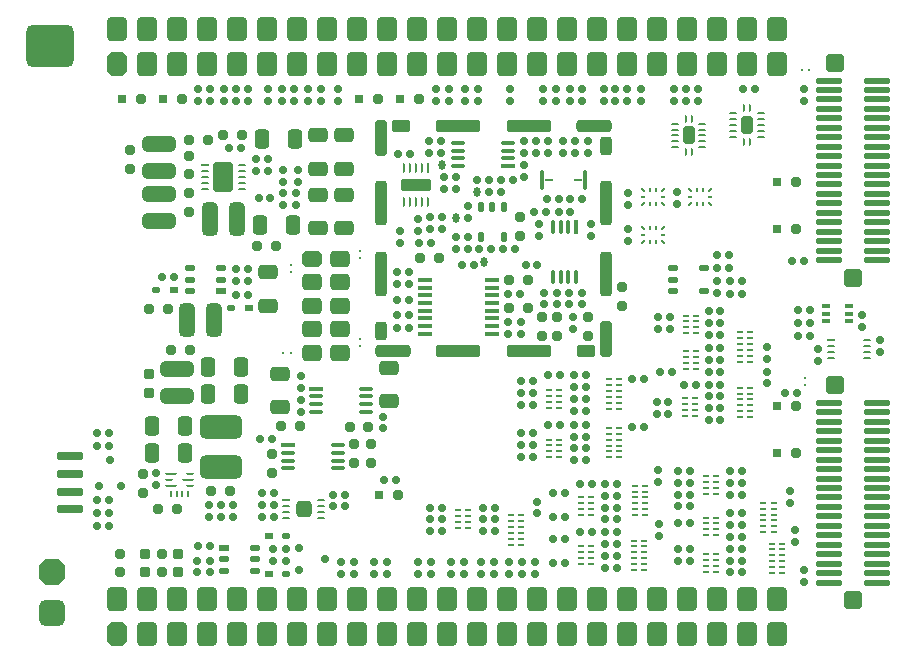
<source format=gbr>
%TF.GenerationSoftware,Altium Limited,Altium Designer,25.3.3 (18)*%
G04 Layer_Color=255*
%FSLAX45Y45*%
%MOMM*%
%TF.SameCoordinates,5572F933-5C96-4131-A983-9EF7CB378A5A*%
%TF.FilePolarity,Positive*%
%TF.FileFunction,Pads,Top*%
%TF.Part,Single*%
G01*
G75*
%TA.AperFunction,SMDPad,CuDef*%
G04:AMPARAMS|DCode=10|XSize=0.35mm|YSize=1.15mm|CornerRadius=0.0875mm|HoleSize=0mm|Usage=FLASHONLY|Rotation=90.000|XOffset=0mm|YOffset=0mm|HoleType=Round|Shape=RoundedRectangle|*
%AMROUNDEDRECTD10*
21,1,0.35000,0.97500,0,0,90.0*
21,1,0.17500,1.15000,0,0,90.0*
1,1,0.17500,0.48750,0.08750*
1,1,0.17500,0.48750,-0.08750*
1,1,0.17500,-0.48750,-0.08750*
1,1,0.17500,-0.48750,0.08750*
%
%ADD10ROUNDEDRECTD10*%
%ADD11R,1.15000X0.35000*%
%ADD12R,0.58000X0.22000*%
G04:AMPARAMS|DCode=13|XSize=0.22mm|YSize=0.58mm|CornerRadius=0.055mm|HoleSize=0mm|Usage=FLASHONLY|Rotation=90.000|XOffset=0mm|YOffset=0mm|HoleType=Round|Shape=RoundedRectangle|*
%AMROUNDEDRECTD13*
21,1,0.22000,0.47000,0,0,90.0*
21,1,0.11000,0.58000,0,0,90.0*
1,1,0.11000,0.23500,0.05500*
1,1,0.11000,0.23500,-0.05500*
1,1,0.11000,-0.23500,-0.05500*
1,1,0.11000,-0.23500,0.05500*
%
%ADD13ROUNDEDRECTD13*%
%ADD14R,1.20000X0.35000*%
G04:AMPARAMS|DCode=15|XSize=0.35mm|YSize=1.2mm|CornerRadius=0.0875mm|HoleSize=0mm|Usage=FLASHONLY|Rotation=270.000|XOffset=0mm|YOffset=0mm|HoleType=Round|Shape=RoundedRectangle|*
%AMROUNDEDRECTD15*
21,1,0.35000,1.02500,0,0,270.0*
21,1,0.17500,1.20000,0,0,270.0*
1,1,0.17500,-0.51250,-0.08750*
1,1,0.17500,-0.51250,0.08750*
1,1,0.17500,0.51250,0.08750*
1,1,0.17500,0.51250,-0.08750*
%
%ADD15ROUNDEDRECTD15*%
G04:AMPARAMS|DCode=16|XSize=0.33mm|YSize=0.7mm|CornerRadius=0.0825mm|HoleSize=0mm|Usage=FLASHONLY|Rotation=270.000|XOffset=0mm|YOffset=0mm|HoleType=Round|Shape=RoundedRectangle|*
%AMROUNDEDRECTD16*
21,1,0.33000,0.53500,0,0,270.0*
21,1,0.16500,0.70000,0,0,270.0*
1,1,0.16500,-0.26750,-0.08250*
1,1,0.16500,-0.26750,0.08250*
1,1,0.16500,0.26750,0.08250*
1,1,0.16500,0.26750,-0.08250*
%
%ADD16ROUNDEDRECTD16*%
%ADD17R,0.70000X0.33000*%
G04:AMPARAMS|DCode=18|XSize=0.6mm|YSize=0.6mm|CornerRadius=0.15mm|HoleSize=0mm|Usage=FLASHONLY|Rotation=90.000|XOffset=0mm|YOffset=0mm|HoleType=Round|Shape=RoundedRectangle|*
%AMROUNDEDRECTD18*
21,1,0.60000,0.30000,0,0,90.0*
21,1,0.30000,0.60000,0,0,90.0*
1,1,0.30000,0.15000,0.15000*
1,1,0.30000,0.15000,-0.15000*
1,1,0.30000,-0.15000,-0.15000*
1,1,0.30000,-0.15000,0.15000*
%
%ADD18ROUNDEDRECTD18*%
G04:AMPARAMS|DCode=19|XSize=0.54mm|YSize=0.22mm|CornerRadius=0mm|HoleSize=0mm|Usage=FLASHONLY|Rotation=135.000|XOffset=0mm|YOffset=0mm|HoleType=Round|Shape=Round|*
%AMOVALD19*
21,1,0.32000,0.22000,0.00000,0.00000,135.0*
1,1,0.22000,0.11314,-0.11314*
1,1,0.22000,-0.11314,0.11314*
%
%ADD19OVALD19*%

%ADD20O,0.22000X0.45000*%
G04:AMPARAMS|DCode=21|XSize=0.54mm|YSize=0.22mm|CornerRadius=0mm|HoleSize=0mm|Usage=FLASHONLY|Rotation=45.000|XOffset=0mm|YOffset=0mm|HoleType=Round|Shape=Round|*
%AMOVALD21*
21,1,0.32000,0.22000,0.00000,0.00000,45.0*
1,1,0.22000,-0.11314,-0.11314*
1,1,0.22000,0.11314,0.11314*
%
%ADD21OVALD21*%

%ADD22O,0.45000X0.22000*%
%ADD23R,0.80000X0.80000*%
G04:AMPARAMS|DCode=24|XSize=0.8mm|YSize=0.8mm|CornerRadius=0.2mm|HoleSize=0mm|Usage=FLASHONLY|Rotation=90.000|XOffset=0mm|YOffset=0mm|HoleType=Round|Shape=RoundedRectangle|*
%AMROUNDEDRECTD24*
21,1,0.80000,0.40000,0,0,90.0*
21,1,0.40000,0.80000,0,0,90.0*
1,1,0.40000,0.20000,0.20000*
1,1,0.40000,0.20000,-0.20000*
1,1,0.40000,-0.20000,-0.20000*
1,1,0.40000,-0.20000,0.20000*
%
%ADD24ROUNDEDRECTD24*%
G04:AMPARAMS|DCode=25|XSize=0.6mm|YSize=0.6mm|CornerRadius=0.15mm|HoleSize=0mm|Usage=FLASHONLY|Rotation=0.000|XOffset=0mm|YOffset=0mm|HoleType=Round|Shape=RoundedRectangle|*
%AMROUNDEDRECTD25*
21,1,0.60000,0.30000,0,0,0.0*
21,1,0.30000,0.60000,0,0,0.0*
1,1,0.30000,0.15000,-0.15000*
1,1,0.30000,-0.15000,-0.15000*
1,1,0.30000,-0.15000,0.15000*
1,1,0.30000,0.15000,0.15000*
%
%ADD25ROUNDEDRECTD25*%
G04:AMPARAMS|DCode=26|XSize=1.6mm|YSize=1mm|CornerRadius=0.25mm|HoleSize=0mm|Usage=FLASHONLY|Rotation=270.000|XOffset=0mm|YOffset=0mm|HoleType=Round|Shape=RoundedRectangle|*
%AMROUNDEDRECTD26*
21,1,1.60000,0.50000,0,0,270.0*
21,1,1.10000,1.00000,0,0,270.0*
1,1,0.50000,-0.25000,-0.55000*
1,1,0.50000,-0.25000,0.55000*
1,1,0.50000,0.25000,0.55000*
1,1,0.50000,0.25000,-0.55000*
%
%ADD26ROUNDEDRECTD26*%
%TA.AperFunction,SMDPad,SMDef*%
G04:AMPARAMS|DCode=27|XSize=3.8mm|YSize=1mm|CornerRadius=0.25mm|HoleSize=0mm|Usage=FLASHONLY|Rotation=180.000|XOffset=0mm|YOffset=0mm|HoleType=Round|Shape=RoundedRectangle|*
%AMROUNDEDRECTD27*
21,1,3.80000,0.50000,0,0,180.0*
21,1,3.30000,1.00000,0,0,180.0*
1,1,0.50000,-1.65000,0.25000*
1,1,0.50000,1.65000,0.25000*
1,1,0.50000,1.65000,-0.25000*
1,1,0.50000,-1.65000,-0.25000*
%
%ADD27ROUNDEDRECTD27*%
%TA.AperFunction,SMDPad,CuDef*%
G04:AMPARAMS|DCode=28|XSize=3mm|YSize=1mm|CornerRadius=0.25mm|HoleSize=0mm|Usage=FLASHONLY|Rotation=180.000|XOffset=0mm|YOffset=0mm|HoleType=Round|Shape=RoundedRectangle|*
%AMROUNDEDRECTD28*
21,1,3.00000,0.50000,0,0,180.0*
21,1,2.50000,1.00000,0,0,180.0*
1,1,0.50000,-1.25000,0.25000*
1,1,0.50000,1.25000,0.25000*
1,1,0.50000,1.25000,-0.25000*
1,1,0.50000,-1.25000,-0.25000*
%
%ADD28ROUNDEDRECTD28*%
G04:AMPARAMS|DCode=29|XSize=1.6mm|YSize=1mm|CornerRadius=0.25mm|HoleSize=0mm|Usage=FLASHONLY|Rotation=0.000|XOffset=0mm|YOffset=0mm|HoleType=Round|Shape=RoundedRectangle|*
%AMROUNDEDRECTD29*
21,1,1.60000,0.50000,0,0,0.0*
21,1,1.10000,1.00000,0,0,0.0*
1,1,0.50000,0.55000,-0.25000*
1,1,0.50000,-0.55000,-0.25000*
1,1,0.50000,-0.55000,0.25000*
1,1,0.50000,0.55000,0.25000*
%
%ADD29ROUNDEDRECTD29*%
%TA.AperFunction,SMDPad,SMDef*%
G04:AMPARAMS|DCode=30|XSize=3.8mm|YSize=1mm|CornerRadius=0.25mm|HoleSize=0mm|Usage=FLASHONLY|Rotation=270.000|XOffset=0mm|YOffset=0mm|HoleType=Round|Shape=RoundedRectangle|*
%AMROUNDEDRECTD30*
21,1,3.80000,0.50000,0,0,270.0*
21,1,3.30000,1.00000,0,0,270.0*
1,1,0.50000,-0.25000,-1.65000*
1,1,0.50000,-0.25000,1.65000*
1,1,0.50000,0.25000,1.65000*
1,1,0.50000,0.25000,-1.65000*
%
%ADD30ROUNDEDRECTD30*%
%TA.AperFunction,SMDPad,CuDef*%
G04:AMPARAMS|DCode=31|XSize=3mm|YSize=1mm|CornerRadius=0.25mm|HoleSize=0mm|Usage=FLASHONLY|Rotation=270.000|XOffset=0mm|YOffset=0mm|HoleType=Round|Shape=RoundedRectangle|*
%AMROUNDEDRECTD31*
21,1,3.00000,0.50000,0,0,270.0*
21,1,2.50000,1.00000,0,0,270.0*
1,1,0.50000,-0.25000,-1.25000*
1,1,0.50000,-0.25000,1.25000*
1,1,0.50000,0.25000,1.25000*
1,1,0.50000,0.25000,-1.25000*
%
%ADD31ROUNDEDRECTD31*%
G04:AMPARAMS|DCode=32|XSize=0.8mm|YSize=0.8mm|CornerRadius=0.2mm|HoleSize=0mm|Usage=FLASHONLY|Rotation=180.000|XOffset=0mm|YOffset=0mm|HoleType=Round|Shape=RoundedRectangle|*
%AMROUNDEDRECTD32*
21,1,0.80000,0.40000,0,0,180.0*
21,1,0.40000,0.80000,0,0,180.0*
1,1,0.40000,-0.20000,0.20000*
1,1,0.40000,0.20000,0.20000*
1,1,0.40000,0.20000,-0.20000*
1,1,0.40000,-0.20000,-0.20000*
%
%ADD32ROUNDEDRECTD32*%
%ADD33O,0.60000X0.80000*%
%ADD34R,0.70000X0.24000*%
%ADD35O,0.30000X1.70000*%
G04:AMPARAMS|DCode=36|XSize=0.35mm|YSize=1.15mm|CornerRadius=0.0875mm|HoleSize=0mm|Usage=FLASHONLY|Rotation=0.000|XOffset=0mm|YOffset=0mm|HoleType=Round|Shape=RoundedRectangle|*
%AMROUNDEDRECTD36*
21,1,0.35000,0.97500,0,0,0.0*
21,1,0.17500,1.15000,0,0,0.0*
1,1,0.17500,0.08750,-0.48750*
1,1,0.17500,-0.08750,-0.48750*
1,1,0.17500,-0.08750,0.48750*
1,1,0.17500,0.08750,0.48750*
%
%ADD36ROUNDEDRECTD36*%
%ADD37R,0.35000X1.15000*%
G04:AMPARAMS|DCode=38|XSize=0.55mm|YSize=0.8mm|CornerRadius=0.1375mm|HoleSize=0mm|Usage=FLASHONLY|Rotation=0.000|XOffset=0mm|YOffset=0mm|HoleType=Round|Shape=RoundedRectangle|*
%AMROUNDEDRECTD38*
21,1,0.55000,0.52500,0,0,0.0*
21,1,0.27500,0.80000,0,0,0.0*
1,1,0.27500,0.13750,-0.26250*
1,1,0.27500,-0.13750,-0.26250*
1,1,0.27500,-0.13750,0.26250*
1,1,0.27500,0.13750,0.26250*
%
%ADD38ROUNDEDRECTD38*%
%ADD39R,0.23000X0.85000*%
G04:AMPARAMS|DCode=40|XSize=0.23mm|YSize=0.85mm|CornerRadius=0.0575mm|HoleSize=0mm|Usage=FLASHONLY|Rotation=0.000|XOffset=0mm|YOffset=0mm|HoleType=Round|Shape=RoundedRectangle|*
%AMROUNDEDRECTD40*
21,1,0.23000,0.73500,0,0,0.0*
21,1,0.11500,0.85000,0,0,0.0*
1,1,0.11500,0.05750,-0.36750*
1,1,0.11500,-0.05750,-0.36750*
1,1,0.11500,-0.05750,0.36750*
1,1,0.11500,0.05750,0.36750*
%
%ADD40ROUNDEDRECTD40*%
G04:AMPARAMS|DCode=41|XSize=2.55mm|YSize=1.1mm|CornerRadius=0.275mm|HoleSize=0mm|Usage=FLASHONLY|Rotation=0.000|XOffset=0mm|YOffset=0mm|HoleType=Round|Shape=RoundedRectangle|*
%AMROUNDEDRECTD41*
21,1,2.55000,0.55000,0,0,0.0*
21,1,2.00000,1.10000,0,0,0.0*
1,1,0.55000,1.00000,-0.27500*
1,1,0.55000,-1.00000,-0.27500*
1,1,0.55000,-1.00000,0.27500*
1,1,0.55000,1.00000,0.27500*
%
%ADD41ROUNDEDRECTD41*%
G04:AMPARAMS|DCode=42|XSize=2.8mm|YSize=1.3mm|CornerRadius=0.325mm|HoleSize=0mm|Usage=FLASHONLY|Rotation=180.000|XOffset=0mm|YOffset=0mm|HoleType=Round|Shape=RoundedRectangle|*
%AMROUNDEDRECTD42*
21,1,2.80000,0.65000,0,0,180.0*
21,1,2.15000,1.30000,0,0,180.0*
1,1,0.65000,-1.07500,0.32500*
1,1,0.65000,1.07500,0.32500*
1,1,0.65000,1.07500,-0.32500*
1,1,0.65000,-1.07500,-0.32500*
%
%ADD42ROUNDEDRECTD42*%
G04:AMPARAMS|DCode=43|XSize=1.65mm|YSize=1.25mm|CornerRadius=0.3125mm|HoleSize=0mm|Usage=FLASHONLY|Rotation=270.000|XOffset=0mm|YOffset=0mm|HoleType=Round|Shape=RoundedRectangle|*
%AMROUNDEDRECTD43*
21,1,1.65000,0.62500,0,0,270.0*
21,1,1.02500,1.25000,0,0,270.0*
1,1,0.62500,-0.31250,-0.51250*
1,1,0.62500,-0.31250,0.51250*
1,1,0.62500,0.31250,0.51250*
1,1,0.62500,0.31250,-0.51250*
%
%ADD43ROUNDEDRECTD43*%
G04:AMPARAMS|DCode=44|XSize=0.55mm|YSize=0.8mm|CornerRadius=0.1375mm|HoleSize=0mm|Usage=FLASHONLY|Rotation=90.000|XOffset=0mm|YOffset=0mm|HoleType=Round|Shape=RoundedRectangle|*
%AMROUNDEDRECTD44*
21,1,0.55000,0.52500,0,0,90.0*
21,1,0.27500,0.80000,0,0,90.0*
1,1,0.27500,0.26250,0.13750*
1,1,0.27500,0.26250,-0.13750*
1,1,0.27500,-0.26250,-0.13750*
1,1,0.27500,-0.26250,0.13750*
%
%ADD44ROUNDEDRECTD44*%
G04:AMPARAMS|DCode=45|XSize=2.2mm|YSize=0.5mm|CornerRadius=0.125mm|HoleSize=0mm|Usage=FLASHONLY|Rotation=0.000|XOffset=0mm|YOffset=0mm|HoleType=Round|Shape=RoundedRectangle|*
%AMROUNDEDRECTD45*
21,1,2.20000,0.25000,0,0,0.0*
21,1,1.95000,0.50000,0,0,0.0*
1,1,0.25000,0.97500,-0.12500*
1,1,0.25000,-0.97500,-0.12500*
1,1,0.25000,-0.97500,0.12500*
1,1,0.25000,0.97500,0.12500*
%
%ADD45ROUNDEDRECTD45*%
G04:AMPARAMS|DCode=46|XSize=0.2mm|YSize=0.65mm|CornerRadius=0.05mm|HoleSize=0mm|Usage=FLASHONLY|Rotation=270.000|XOffset=0mm|YOffset=0mm|HoleType=Round|Shape=RoundedRectangle|*
%AMROUNDEDRECTD46*
21,1,0.20000,0.55000,0,0,270.0*
21,1,0.10000,0.65000,0,0,270.0*
1,1,0.10000,-0.27500,-0.05000*
1,1,0.10000,-0.27500,0.05000*
1,1,0.10000,0.27500,0.05000*
1,1,0.10000,0.27500,-0.05000*
%
%ADD46ROUNDEDRECTD46*%
G04:AMPARAMS|DCode=47|XSize=0.2mm|YSize=1mm|CornerRadius=0.05mm|HoleSize=0mm|Usage=FLASHONLY|Rotation=270.000|XOffset=0mm|YOffset=0mm|HoleType=Round|Shape=RoundedRectangle|*
%AMROUNDEDRECTD47*
21,1,0.20000,0.90000,0,0,270.0*
21,1,0.10000,1.00000,0,0,270.0*
1,1,0.10000,-0.45000,-0.05000*
1,1,0.10000,-0.45000,0.05000*
1,1,0.10000,0.45000,0.05000*
1,1,0.10000,0.45000,-0.05000*
%
%ADD47ROUNDEDRECTD47*%
G04:AMPARAMS|DCode=48|XSize=0.22mm|YSize=0.55mm|CornerRadius=0.055mm|HoleSize=0mm|Usage=FLASHONLY|Rotation=180.000|XOffset=0mm|YOffset=0mm|HoleType=Round|Shape=RoundedRectangle|*
%AMROUNDEDRECTD48*
21,1,0.22000,0.44000,0,0,180.0*
21,1,0.11000,0.55000,0,0,180.0*
1,1,0.11000,-0.05500,0.22000*
1,1,0.11000,0.05500,0.22000*
1,1,0.11000,0.05500,-0.22000*
1,1,0.11000,-0.05500,-0.22000*
%
%ADD48ROUNDEDRECTD48*%
%TA.AperFunction,SMDPad,SMDef*%
%ADD49C,0.30000*%
%TA.AperFunction,SMDPad,CuDef*%
G04:AMPARAMS|DCode=50|XSize=2.2mm|YSize=0.7mm|CornerRadius=0.175mm|HoleSize=0mm|Usage=FLASHONLY|Rotation=180.000|XOffset=0mm|YOffset=0mm|HoleType=Round|Shape=RoundedRectangle|*
%AMROUNDEDRECTD50*
21,1,2.20000,0.35000,0,0,180.0*
21,1,1.85000,0.70000,0,0,180.0*
1,1,0.35000,-0.92500,0.17500*
1,1,0.35000,0.92500,0.17500*
1,1,0.35000,0.92500,-0.17500*
1,1,0.35000,-0.92500,-0.17500*
%
%ADD50ROUNDEDRECTD50*%
G04:AMPARAMS|DCode=51|XSize=0.9mm|YSize=0.8mm|CornerRadius=0.2mm|HoleSize=0mm|Usage=FLASHONLY|Rotation=180.000|XOffset=0mm|YOffset=0mm|HoleType=Round|Shape=RoundedRectangle|*
%AMROUNDEDRECTD51*
21,1,0.90000,0.40000,0,0,180.0*
21,1,0.50000,0.80000,0,0,180.0*
1,1,0.40000,-0.25000,0.20000*
1,1,0.40000,0.25000,0.20000*
1,1,0.40000,0.25000,-0.20000*
1,1,0.40000,-0.25000,-0.20000*
%
%ADD51ROUNDEDRECTD51*%
G04:AMPARAMS|DCode=52|XSize=3.6mm|YSize=2mm|CornerRadius=0.5mm|HoleSize=0mm|Usage=FLASHONLY|Rotation=180.000|XOffset=0mm|YOffset=0mm|HoleType=Round|Shape=RoundedRectangle|*
%AMROUNDEDRECTD52*
21,1,3.60000,1.00000,0,0,180.0*
21,1,2.60000,2.00000,0,0,180.0*
1,1,1.00000,-1.30000,0.50000*
1,1,1.00000,1.30000,0.50000*
1,1,1.00000,1.30000,-0.50000*
1,1,1.00000,-1.30000,-0.50000*
%
%ADD52ROUNDEDRECTD52*%
G04:AMPARAMS|DCode=53|XSize=2.8mm|YSize=1.3mm|CornerRadius=0.325mm|HoleSize=0mm|Usage=FLASHONLY|Rotation=90.000|XOffset=0mm|YOffset=0mm|HoleType=Round|Shape=RoundedRectangle|*
%AMROUNDEDRECTD53*
21,1,2.80000,0.65000,0,0,90.0*
21,1,2.15000,1.30000,0,0,90.0*
1,1,0.65000,0.32500,1.07500*
1,1,0.65000,0.32500,-1.07500*
1,1,0.65000,-0.32500,-1.07500*
1,1,0.65000,-0.32500,1.07500*
%
%ADD53ROUNDEDRECTD53*%
G04:AMPARAMS|DCode=54|XSize=1.65mm|YSize=1.25mm|CornerRadius=0.3125mm|HoleSize=0mm|Usage=FLASHONLY|Rotation=0.000|XOffset=0mm|YOffset=0mm|HoleType=Round|Shape=RoundedRectangle|*
%AMROUNDEDRECTD54*
21,1,1.65000,0.62500,0,0,0.0*
21,1,1.02500,1.25000,0,0,0.0*
1,1,0.62500,0.51250,-0.31250*
1,1,0.62500,-0.51250,-0.31250*
1,1,0.62500,-0.51250,0.31250*
1,1,0.62500,0.51250,0.31250*
%
%ADD54ROUNDEDRECTD54*%
G04:AMPARAMS|DCode=55|XSize=0.23mm|YSize=0.67mm|CornerRadius=0.0575mm|HoleSize=0mm|Usage=FLASHONLY|Rotation=90.000|XOffset=0mm|YOffset=0mm|HoleType=Round|Shape=RoundedRectangle|*
%AMROUNDEDRECTD55*
21,1,0.23000,0.55500,0,0,90.0*
21,1,0.11500,0.67000,0,0,90.0*
1,1,0.11500,0.27750,0.05750*
1,1,0.11500,0.27750,-0.05750*
1,1,0.11500,-0.27750,-0.05750*
1,1,0.11500,-0.27750,0.05750*
%
%ADD55ROUNDEDRECTD55*%
G04:AMPARAMS|DCode=56|XSize=0.23mm|YSize=0.67mm|CornerRadius=0.0575mm|HoleSize=0mm|Usage=FLASHONLY|Rotation=0.000|XOffset=0mm|YOffset=0mm|HoleType=Round|Shape=RoundedRectangle|*
%AMROUNDEDRECTD56*
21,1,0.23000,0.55500,0,0,0.0*
21,1,0.11500,0.67000,0,0,0.0*
1,1,0.11500,0.05750,-0.27750*
1,1,0.11500,-0.05750,-0.27750*
1,1,0.11500,-0.05750,0.27750*
1,1,0.11500,0.05750,0.27750*
%
%ADD56ROUNDEDRECTD56*%
G04:AMPARAMS|DCode=57|XSize=1mm|YSize=1.5mm|CornerRadius=0.25mm|HoleSize=0mm|Usage=FLASHONLY|Rotation=0.000|XOffset=0mm|YOffset=0mm|HoleType=Round|Shape=RoundedRectangle|*
%AMROUNDEDRECTD57*
21,1,1.00000,1.00000,0,0,0.0*
21,1,0.50000,1.50000,0,0,0.0*
1,1,0.50000,0.25000,-0.50000*
1,1,0.50000,-0.25000,-0.50000*
1,1,0.50000,-0.25000,0.50000*
1,1,0.50000,0.25000,0.50000*
%
%ADD57ROUNDEDRECTD57*%
G04:AMPARAMS|DCode=58|XSize=0.23mm|YSize=0.7mm|CornerRadius=0.0575mm|HoleSize=0mm|Usage=FLASHONLY|Rotation=90.000|XOffset=0mm|YOffset=0mm|HoleType=Round|Shape=RoundedRectangle|*
%AMROUNDEDRECTD58*
21,1,0.23000,0.58500,0,0,90.0*
21,1,0.11500,0.70000,0,0,90.0*
1,1,0.11500,0.29250,0.05750*
1,1,0.11500,0.29250,-0.05750*
1,1,0.11500,-0.29250,-0.05750*
1,1,0.11500,-0.29250,0.05750*
%
%ADD58ROUNDEDRECTD58*%
G04:AMPARAMS|DCode=59|XSize=2.5mm|YSize=1.65mm|CornerRadius=0.165mm|HoleSize=0mm|Usage=FLASHONLY|Rotation=90.000|XOffset=0mm|YOffset=0mm|HoleType=Round|Shape=RoundedRectangle|*
%AMROUNDEDRECTD59*
21,1,2.50000,1.32000,0,0,90.0*
21,1,2.17000,1.65000,0,0,90.0*
1,1,0.33000,0.66000,1.08500*
1,1,0.33000,0.66000,-1.08500*
1,1,0.33000,-0.66000,-1.08500*
1,1,0.33000,-0.66000,1.08500*
%
%ADD59ROUNDEDRECTD59*%
%ADD60R,0.70000X0.23000*%
G04:AMPARAMS|DCode=61|XSize=0.55mm|YSize=0.9mm|CornerRadius=0.1375mm|HoleSize=0mm|Usage=FLASHONLY|Rotation=270.000|XOffset=0mm|YOffset=0mm|HoleType=Round|Shape=RoundedRectangle|*
%AMROUNDEDRECTD61*
21,1,0.55000,0.62500,0,0,270.0*
21,1,0.27500,0.90000,0,0,270.0*
1,1,0.27500,-0.31250,-0.13750*
1,1,0.27500,-0.31250,0.13750*
1,1,0.27500,0.31250,0.13750*
1,1,0.27500,0.31250,-0.13750*
%
%ADD61ROUNDEDRECTD61*%
%ADD62R,0.90000X0.55000*%
G04:AMPARAMS|DCode=63|XSize=1.4mm|YSize=1.3mm|CornerRadius=0.325mm|HoleSize=0mm|Usage=FLASHONLY|Rotation=90.000|XOffset=0mm|YOffset=0mm|HoleType=Round|Shape=RoundedRectangle|*
%AMROUNDEDRECTD63*
21,1,1.40000,0.65000,0,0,90.0*
21,1,0.75000,1.30000,0,0,90.0*
1,1,0.65000,0.32500,0.37500*
1,1,0.65000,0.32500,-0.37500*
1,1,0.65000,-0.32500,-0.37500*
1,1,0.65000,-0.32500,0.37500*
%
%ADD63ROUNDEDRECTD63*%
%ADD64R,0.70000X0.25000*%
G04:AMPARAMS|DCode=65|XSize=0.25mm|YSize=0.7mm|CornerRadius=0.0625mm|HoleSize=0mm|Usage=FLASHONLY|Rotation=90.000|XOffset=0mm|YOffset=0mm|HoleType=Round|Shape=RoundedRectangle|*
%AMROUNDEDRECTD65*
21,1,0.25000,0.57500,0,0,90.0*
21,1,0.12500,0.70000,0,0,90.0*
1,1,0.12500,0.28750,0.06250*
1,1,0.12500,0.28750,-0.06250*
1,1,0.12500,-0.28750,-0.06250*
1,1,0.12500,-0.28750,0.06250*
%
%ADD65ROUNDEDRECTD65*%
G04:AMPARAMS|DCode=66|XSize=0.6mm|YSize=0.7mm|CornerRadius=0.15mm|HoleSize=0mm|Usage=FLASHONLY|Rotation=180.000|XOffset=0mm|YOffset=0mm|HoleType=Round|Shape=RoundedRectangle|*
%AMROUNDEDRECTD66*
21,1,0.60000,0.40000,0,0,180.0*
21,1,0.30000,0.70000,0,0,180.0*
1,1,0.30000,-0.15000,0.20000*
1,1,0.30000,0.15000,0.20000*
1,1,0.30000,0.15000,-0.20000*
1,1,0.30000,-0.15000,-0.20000*
%
%ADD66ROUNDEDRECTD66*%
G04:AMPARAMS|DCode=67|XSize=0.6mm|YSize=0.7mm|CornerRadius=0.15mm|HoleSize=0mm|Usage=FLASHONLY|Rotation=90.000|XOffset=0mm|YOffset=0mm|HoleType=Round|Shape=RoundedRectangle|*
%AMROUNDEDRECTD67*
21,1,0.60000,0.40000,0,0,90.0*
21,1,0.30000,0.70000,0,0,90.0*
1,1,0.30000,0.20000,0.15000*
1,1,0.30000,0.20000,-0.15000*
1,1,0.30000,-0.20000,-0.15000*
1,1,0.30000,-0.20000,0.15000*
%
%ADD67ROUNDEDRECTD67*%
%ADD68R,0.70000X0.50000*%
G04:AMPARAMS|DCode=69|XSize=0.5mm|YSize=0.7mm|CornerRadius=0.125mm|HoleSize=0mm|Usage=FLASHONLY|Rotation=90.000|XOffset=0mm|YOffset=0mm|HoleType=Round|Shape=RoundedRectangle|*
%AMROUNDEDRECTD69*
21,1,0.50000,0.45000,0,0,90.0*
21,1,0.25000,0.70000,0,0,90.0*
1,1,0.25000,0.22500,0.12500*
1,1,0.25000,0.22500,-0.12500*
1,1,0.25000,-0.22500,-0.12500*
1,1,0.25000,-0.22500,0.12500*
%
%ADD69ROUNDEDRECTD69*%
%TA.AperFunction,ComponentPad*%
G04:AMPARAMS|DCode=84|XSize=1.4mm|YSize=1.7mm|CornerRadius=0.35mm|HoleSize=0mm|Usage=FLASHONLY|Rotation=270.000|XOffset=0mm|YOffset=0mm|HoleType=Round|Shape=RoundedRectangle|*
%AMROUNDEDRECTD84*
21,1,1.40000,1.00000,0,0,270.0*
21,1,0.70000,1.70000,0,0,270.0*
1,1,0.70000,-0.50000,-0.35000*
1,1,0.70000,-0.50000,0.35000*
1,1,0.70000,0.50000,0.35000*
1,1,0.70000,0.50000,-0.35000*
%
%ADD84ROUNDEDRECTD84*%
G04:AMPARAMS|DCode=85|XSize=1.4mm|YSize=1.7mm|CornerRadius=0mm|HoleSize=0mm|Usage=FLASHONLY|Rotation=270.000|XOffset=0mm|YOffset=0mm|HoleType=Round|Shape=Octagon|*
%AMOCTAGOND85*
4,1,8,0.85000,0.35000,0.85000,-0.35000,0.50000,-0.70000,-0.50000,-0.70000,-0.85000,-0.35000,-0.85000,0.35000,-0.50000,0.70000,0.50000,0.70000,0.85000,0.35000,0.0*
%
%ADD85OCTAGOND85*%

G04:AMPARAMS|DCode=86|XSize=1.55mm|YSize=1.6mm|CornerRadius=0.3875mm|HoleSize=0mm|Usage=FLASHONLY|Rotation=270.000|XOffset=0mm|YOffset=0mm|HoleType=Round|Shape=RoundedRectangle|*
%AMROUNDEDRECTD86*
21,1,1.55000,0.82500,0,0,270.0*
21,1,0.77500,1.60000,0,0,270.0*
1,1,0.77500,-0.41250,-0.38750*
1,1,0.77500,-0.41250,0.38750*
1,1,0.77500,0.41250,0.38750*
1,1,0.77500,0.41250,-0.38750*
%
%ADD86ROUNDEDRECTD86*%
G04:AMPARAMS|DCode=87|XSize=1.7mm|YSize=2.1mm|CornerRadius=0mm|HoleSize=0mm|Usage=FLASHONLY|Rotation=0.000|XOffset=0mm|YOffset=0mm|HoleType=Round|Shape=Octagon|*
%AMOCTAGOND87*
4,1,8,-0.42500,1.05000,0.42500,1.05000,0.85000,0.62500,0.85000,-0.62500,0.42500,-1.05000,-0.42500,-1.05000,-0.85000,-0.62500,-0.85000,0.62500,-0.42500,1.05000,0.0*
%
%ADD87OCTAGOND87*%

G04:AMPARAMS|DCode=88|XSize=1.7mm|YSize=2.1mm|CornerRadius=0.425mm|HoleSize=0mm|Usage=FLASHONLY|Rotation=0.000|XOffset=0mm|YOffset=0mm|HoleType=Round|Shape=RoundedRectangle|*
%AMROUNDEDRECTD88*
21,1,1.70000,1.25001,0,0,0.0*
21,1,0.85000,2.10000,0,0,0.0*
1,1,0.85000,0.42500,-0.62500*
1,1,0.85000,-0.42500,-0.62500*
1,1,0.85000,-0.42500,0.62500*
1,1,0.85000,0.42500,0.62500*
%
%ADD88ROUNDEDRECTD88*%
G04:AMPARAMS|DCode=89|XSize=4mm|YSize=3.6mm|CornerRadius=0.54mm|HoleSize=0mm|Usage=FLASHONLY|Rotation=0.000|XOffset=0mm|YOffset=0mm|HoleType=Round|Shape=RoundedRectangle|*
%AMROUNDEDRECTD89*
21,1,4.00000,2.52000,0,0,0.0*
21,1,2.92000,3.60000,0,0,0.0*
1,1,1.08000,1.46000,-1.26000*
1,1,1.08000,-1.46000,-1.26000*
1,1,1.08000,-1.46000,1.26000*
1,1,1.08000,1.46000,1.26000*
%
%ADD89ROUNDEDRECTD89*%
G04:AMPARAMS|DCode=90|XSize=2.2mm|YSize=2.2mm|CornerRadius=0.55mm|HoleSize=0mm|Usage=FLASHONLY|Rotation=270.000|XOffset=0mm|YOffset=0mm|HoleType=Round|Shape=RoundedRectangle|*
%AMROUNDEDRECTD90*
21,1,2.20000,1.10000,0,0,270.0*
21,1,1.10000,2.20000,0,0,270.0*
1,1,1.10000,-0.55000,-0.55000*
1,1,1.10000,-0.55000,0.55000*
1,1,1.10000,0.55000,0.55000*
1,1,1.10000,0.55000,-0.55000*
%
%ADD90ROUNDEDRECTD90*%
G04:AMPARAMS|DCode=91|XSize=2.2mm|YSize=2.2mm|CornerRadius=0mm|HoleSize=0mm|Usage=FLASHONLY|Rotation=270.000|XOffset=0mm|YOffset=0mm|HoleType=Round|Shape=Octagon|*
%AMOCTAGOND91*
4,1,8,-0.55000,-1.10000,0.55000,-1.10000,1.10000,-0.55000,1.10000,0.55000,0.55000,1.10000,-0.55000,1.10000,-1.10000,0.55000,-1.10000,-0.55000,-0.55000,-1.10000,0.0*
%
%ADD91OCTAGOND91*%

D10*
X3902500Y1572500D02*
D03*
Y1637500D02*
D03*
Y1702500D02*
D03*
Y1767500D02*
D03*
X3477500Y1572500D02*
D03*
Y1637500D02*
D03*
Y1702500D02*
D03*
X4142501Y2052501D02*
D03*
Y2117501D02*
D03*
Y2182501D02*
D03*
Y2247501D02*
D03*
X3717501Y2052501D02*
D03*
Y2117501D02*
D03*
Y2182501D02*
D03*
X4917500Y4327500D02*
D03*
Y4262500D02*
D03*
Y4197500D02*
D03*
Y4132500D02*
D03*
X5342500Y4327500D02*
D03*
Y4262500D02*
D03*
Y4197500D02*
D03*
D11*
X3477500Y1767500D02*
D03*
X3717501Y2247501D02*
D03*
X5342500Y4132500D02*
D03*
D12*
X5687001Y1815000D02*
D03*
X7577000Y935000D02*
D03*
X6196978Y1914994D02*
D03*
X4917001Y1215000D02*
D03*
X7307000Y2725000D02*
D03*
X6847001Y2865000D02*
D03*
Y2565000D02*
D03*
X6837001Y2165000D02*
D03*
X7307000Y2255000D02*
D03*
X5957000Y915000D02*
D03*
X5687001Y2235000D02*
D03*
X7017000Y845000D02*
D03*
Y1505000D02*
D03*
X5957000Y1325000D02*
D03*
X7017000Y1155000D02*
D03*
X7504000Y1280000D02*
D03*
X6197001Y2325000D02*
D03*
X5367000Y1175000D02*
D03*
X6410000Y960000D02*
D03*
X6416999Y1425000D02*
D03*
D13*
X5687001Y1765001D02*
D03*
Y1715000D02*
D03*
Y1665000D02*
D03*
X5773000Y1815000D02*
D03*
Y1765001D02*
D03*
Y1715000D02*
D03*
Y1665000D02*
D03*
X7663000Y685000D02*
D03*
Y735000D02*
D03*
Y785000D02*
D03*
Y835000D02*
D03*
Y885000D02*
D03*
Y935000D02*
D03*
X7577000Y685000D02*
D03*
Y735000D02*
D03*
Y785000D02*
D03*
Y835000D02*
D03*
Y885000D02*
D03*
X6282978Y1664994D02*
D03*
Y1714994D02*
D03*
Y1764994D02*
D03*
Y1814994D02*
D03*
Y1864994D02*
D03*
Y1914994D02*
D03*
X6196978Y1664994D02*
D03*
Y1714994D02*
D03*
Y1764994D02*
D03*
Y1814994D02*
D03*
Y1864994D02*
D03*
X4917001Y1165000D02*
D03*
Y1115000D02*
D03*
Y1065000D02*
D03*
X5003000Y1215000D02*
D03*
Y1165000D02*
D03*
Y1115000D02*
D03*
Y1065000D02*
D03*
X7393000Y2475000D02*
D03*
Y2525000D02*
D03*
Y2575000D02*
D03*
Y2625000D02*
D03*
Y2675000D02*
D03*
Y2725000D02*
D03*
X7307000Y2475000D02*
D03*
Y2525000D02*
D03*
Y2575000D02*
D03*
Y2625000D02*
D03*
Y2675000D02*
D03*
X6847001Y2815000D02*
D03*
Y2765000D02*
D03*
Y2715000D02*
D03*
X6933000Y2865000D02*
D03*
Y2815000D02*
D03*
Y2765000D02*
D03*
Y2715000D02*
D03*
X6847001Y2515000D02*
D03*
Y2465000D02*
D03*
Y2415000D02*
D03*
X6933000Y2565000D02*
D03*
Y2515000D02*
D03*
Y2465000D02*
D03*
Y2415000D02*
D03*
X6837001Y2115001D02*
D03*
Y2065000D02*
D03*
Y2015001D02*
D03*
X6923000Y2165000D02*
D03*
Y2115001D02*
D03*
Y2065000D02*
D03*
Y2015001D02*
D03*
X7393000Y2005000D02*
D03*
Y2055000D02*
D03*
Y2105000D02*
D03*
Y2155000D02*
D03*
Y2205000D02*
D03*
Y2255000D02*
D03*
X7307000Y2005000D02*
D03*
Y2055000D02*
D03*
Y2105000D02*
D03*
Y2155000D02*
D03*
Y2205000D02*
D03*
X6043000Y765000D02*
D03*
Y815000D02*
D03*
Y865000D02*
D03*
Y915000D02*
D03*
X5957000Y765000D02*
D03*
Y815000D02*
D03*
Y865000D02*
D03*
X5773000Y2085000D02*
D03*
Y2135000D02*
D03*
Y2185000D02*
D03*
Y2235000D02*
D03*
X5687001Y2085000D02*
D03*
Y2135000D02*
D03*
Y2185000D02*
D03*
X7103000Y695000D02*
D03*
Y745000D02*
D03*
Y795000D02*
D03*
Y845000D02*
D03*
X7017000Y695000D02*
D03*
Y745000D02*
D03*
Y795000D02*
D03*
X7103000Y1355000D02*
D03*
Y1405000D02*
D03*
Y1455000D02*
D03*
Y1505000D02*
D03*
X7017000Y1355000D02*
D03*
Y1405000D02*
D03*
Y1455000D02*
D03*
X5957000Y1275000D02*
D03*
Y1225000D02*
D03*
Y1175000D02*
D03*
X6043000Y1325000D02*
D03*
Y1275000D02*
D03*
Y1225000D02*
D03*
Y1175000D02*
D03*
X7103000Y1005000D02*
D03*
Y1055000D02*
D03*
Y1105000D02*
D03*
Y1155000D02*
D03*
X7017000Y1005000D02*
D03*
Y1055000D02*
D03*
Y1105000D02*
D03*
X7504000Y1230000D02*
D03*
Y1180000D02*
D03*
Y1130000D02*
D03*
Y1080000D02*
D03*
Y1030000D02*
D03*
X7590000Y1280000D02*
D03*
Y1230000D02*
D03*
Y1180000D02*
D03*
Y1130000D02*
D03*
Y1080000D02*
D03*
Y1030000D02*
D03*
X6197001Y2275000D02*
D03*
Y2225000D02*
D03*
Y2175000D02*
D03*
Y2125000D02*
D03*
Y2075000D02*
D03*
X6283000Y2325000D02*
D03*
Y2275000D02*
D03*
Y2225000D02*
D03*
Y2175000D02*
D03*
Y2125000D02*
D03*
Y2075000D02*
D03*
X5367000Y1125001D02*
D03*
Y1075000D02*
D03*
Y1025000D02*
D03*
Y975000D02*
D03*
Y925000D02*
D03*
X5453000Y1175000D02*
D03*
Y1125001D02*
D03*
Y1075000D02*
D03*
Y1025000D02*
D03*
Y975000D02*
D03*
Y925000D02*
D03*
X6410000Y910000D02*
D03*
Y860000D02*
D03*
Y810000D02*
D03*
Y760000D02*
D03*
Y710000D02*
D03*
X6495999Y960000D02*
D03*
Y910000D02*
D03*
Y860000D02*
D03*
Y810000D02*
D03*
Y760000D02*
D03*
Y710000D02*
D03*
X6416999Y1375000D02*
D03*
Y1325000D02*
D03*
Y1275000D02*
D03*
Y1225000D02*
D03*
Y1175000D02*
D03*
X6502999Y1425000D02*
D03*
Y1375000D02*
D03*
Y1325000D02*
D03*
Y1275000D02*
D03*
Y1225000D02*
D03*
Y1175000D02*
D03*
D14*
X5205000Y2712500D02*
D03*
D15*
Y2777500D02*
D03*
Y2842500D02*
D03*
Y2907500D02*
D03*
Y2972500D02*
D03*
Y3037500D02*
D03*
Y3102500D02*
D03*
Y3167500D02*
D03*
X4635000Y2712500D02*
D03*
Y2777500D02*
D03*
Y2842500D02*
D03*
Y2907500D02*
D03*
Y2972500D02*
D03*
Y3037500D02*
D03*
Y3102500D02*
D03*
Y3167500D02*
D03*
D16*
X8030000Y2815000D02*
D03*
Y2880000D02*
D03*
Y2945000D02*
D03*
X8230000D02*
D03*
Y2880000D02*
D03*
D17*
Y2815000D02*
D03*
D18*
X7800000Y2690000D02*
D03*
X7900000D02*
D03*
X7800000Y2800000D02*
D03*
X7900000D02*
D03*
X7800000Y2910000D02*
D03*
X7900000D02*
D03*
X6610001Y2850000D02*
D03*
X6710001D02*
D03*
X6610001Y2750000D02*
D03*
X6710001D02*
D03*
X6630001Y2390000D02*
D03*
X6730001D02*
D03*
X6830001Y2280001D02*
D03*
X6930000D02*
D03*
X6600001Y2130001D02*
D03*
X6700000D02*
D03*
X6600001Y2030001D02*
D03*
X6700000D02*
D03*
X7140000Y2590000D02*
D03*
X7040001D02*
D03*
X7140000Y2900000D02*
D03*
X7040001D02*
D03*
X5810000Y4340000D02*
D03*
X5910000D02*
D03*
X5560000Y3740000D02*
D03*
X5660000D02*
D03*
X5590000Y3290000D02*
D03*
X5490000D02*
D03*
X4770000Y4340000D02*
D03*
X4670000D02*
D03*
X5180000Y4010000D02*
D03*
X5080001D02*
D03*
X4500000Y2870000D02*
D03*
X4400000D02*
D03*
X4500000Y2760000D02*
D03*
X4400000D02*
D03*
X5670000Y3850000D02*
D03*
X5770000D02*
D03*
X5770000Y3740000D02*
D03*
X5870000D02*
D03*
X5970000Y3850000D02*
D03*
X5870000D02*
D03*
X4590000Y3480000D02*
D03*
X4690000D02*
D03*
X5280000Y3910000D02*
D03*
X5180000D02*
D03*
X5280000Y4010000D02*
D03*
X5380000D02*
D03*
X5810000Y4240000D02*
D03*
X5910000D02*
D03*
X4900000Y4040000D02*
D03*
X4800000D02*
D03*
X4900000Y3940000D02*
D03*
X4800000D02*
D03*
X5300000Y3430000D02*
D03*
X5400000D02*
D03*
X5050000Y3290000D02*
D03*
X4950001D02*
D03*
X4670000Y4240000D02*
D03*
X4770000D02*
D03*
X4500000Y3230000D02*
D03*
X4400000D02*
D03*
Y3130000D02*
D03*
X4500000D02*
D03*
X4400000Y3000000D02*
D03*
X4500000D02*
D03*
X5100000Y3430000D02*
D03*
X5200000D02*
D03*
X5340000Y3050000D02*
D03*
X5440000D02*
D03*
X4510000Y4230000D02*
D03*
X4410000D02*
D03*
X2820000Y910000D02*
D03*
X2720000D02*
D03*
X6880000Y1550000D02*
D03*
X6780000D02*
D03*
X5550000Y1870000D02*
D03*
X5450001D02*
D03*
X5820000Y1360000D02*
D03*
X5720000D02*
D03*
X5820000Y970000D02*
D03*
X5720000D02*
D03*
X5130000Y1240000D02*
D03*
X5230000D02*
D03*
X6050000Y1030000D02*
D03*
X5950000D02*
D03*
X7210000Y3270000D02*
D03*
X7110000D02*
D03*
X7210000Y3380000D02*
D03*
X7110000D02*
D03*
X7220000Y3160000D02*
D03*
X7320000D02*
D03*
X7220000Y3050000D02*
D03*
X7320000D02*
D03*
X5550000Y1670000D02*
D03*
X5450001D02*
D03*
X5550000Y1770000D02*
D03*
X5450001D02*
D03*
X5550000Y2110000D02*
D03*
X5450000D02*
D03*
X4780000Y1040000D02*
D03*
X4680001D02*
D03*
X5820000Y1160000D02*
D03*
X5720000D02*
D03*
X6880000Y1250000D02*
D03*
X6780000D02*
D03*
X5780000Y2360000D02*
D03*
X5680001D02*
D03*
X5780000Y1940000D02*
D03*
X5680001D02*
D03*
X7220000Y1550000D02*
D03*
X7320000D02*
D03*
X5130000Y1040000D02*
D03*
X5230000D02*
D03*
X7220000Y1450000D02*
D03*
X7320000D02*
D03*
X5820000Y770000D02*
D03*
X5720000D02*
D03*
X6880000Y890000D02*
D03*
X6780000D02*
D03*
X7220000D02*
D03*
X7320000D02*
D03*
X7220000Y1190000D02*
D03*
X7320000D02*
D03*
X6880000Y790000D02*
D03*
X6780000D02*
D03*
X6880000Y1350000D02*
D03*
X6780000D02*
D03*
X6880000Y1110000D02*
D03*
X6780000D02*
D03*
X4780000Y1140000D02*
D03*
X4680001D02*
D03*
X4780000Y1240000D02*
D03*
X4680001D02*
D03*
X5550000Y2210000D02*
D03*
X5450000D02*
D03*
X7220000Y1350000D02*
D03*
X7320000D02*
D03*
X6880000Y1450000D02*
D03*
X6780000D02*
D03*
X5130000Y1140000D02*
D03*
X5230000D02*
D03*
X5550000Y2310000D02*
D03*
X5450000D02*
D03*
X6050000Y1440000D02*
D03*
X5950000D02*
D03*
X6390001Y2330000D02*
D03*
X6490000D02*
D03*
X6390001Y1920000D02*
D03*
X6490000D02*
D03*
X1960000Y1080000D02*
D03*
X1860000D02*
D03*
X3210000Y4190000D02*
D03*
X3310000D02*
D03*
Y4090000D02*
D03*
X3210000D02*
D03*
X4290000Y1470000D02*
D03*
X4390000D02*
D03*
X1860000Y1300000D02*
D03*
X1960000D02*
D03*
X1960000Y1760000D02*
D03*
X1860000D02*
D03*
X1960000Y1190000D02*
D03*
X1860000D02*
D03*
X3360000Y1360000D02*
D03*
X3260000D02*
D03*
X3360000Y1260000D02*
D03*
X3260000D02*
D03*
Y1160000D02*
D03*
X3360000D02*
D03*
X3960000Y1250000D02*
D03*
X3860000D02*
D03*
X7330000Y4780000D02*
D03*
X7430000D02*
D03*
X7750000Y3330000D02*
D03*
X7850000D02*
D03*
X7690000Y2210000D02*
D03*
X7790000D02*
D03*
X2980000Y4280000D02*
D03*
X3080000D02*
D03*
X3330000Y3860000D02*
D03*
X3230000D02*
D03*
X3240000Y1820000D02*
D03*
X3340000D02*
D03*
X2410000Y3190000D02*
D03*
X2510000D02*
D03*
X3040000Y3040000D02*
D03*
X3140000D02*
D03*
X1860000Y1870000D02*
D03*
X1960000D02*
D03*
X3960000Y1350000D02*
D03*
X3860000D02*
D03*
D19*
X6484747Y3610253D02*
D03*
X6655253Y3489747D02*
D03*
Y3809747D02*
D03*
X6484747Y3930254D02*
D03*
X7055253Y3809747D02*
D03*
X6884747Y3930253D02*
D03*
D20*
X6545000Y3610000D02*
D03*
X6595000D02*
D03*
X6545000Y3490000D02*
D03*
X6595000D02*
D03*
Y3810001D02*
D03*
X6545000D02*
D03*
X6595000Y3930001D02*
D03*
X6545000D02*
D03*
X6995000Y3810000D02*
D03*
X6945000D02*
D03*
X6995000Y3930000D02*
D03*
X6945000D02*
D03*
D21*
X6655253Y3610253D02*
D03*
X6484747Y3489747D02*
D03*
Y3809747D02*
D03*
X6655253Y3930254D02*
D03*
X6884747Y3809747D02*
D03*
X7055253Y3930253D02*
D03*
D22*
X6485000Y3550000D02*
D03*
X6655000D02*
D03*
Y3870000D02*
D03*
X6485000D02*
D03*
X7055000Y3870000D02*
D03*
X6885000D02*
D03*
D23*
X4430000Y4700000D02*
D03*
X7620000Y1700000D02*
D03*
Y3600000D02*
D03*
X4250000Y1350000D02*
D03*
X2420000Y4700000D02*
D03*
X4080000D02*
D03*
X2070000D02*
D03*
X7620000Y2100000D02*
D03*
Y4000000D02*
D03*
D24*
X4590000Y4700000D02*
D03*
X4760000Y3350000D02*
D03*
X4600000D02*
D03*
X5510000Y2930000D02*
D03*
X5350000D02*
D03*
X5510000Y3170000D02*
D03*
X5350000D02*
D03*
X2990000Y1380000D02*
D03*
X2830000D02*
D03*
X2540000Y1230000D02*
D03*
X2380000D02*
D03*
X7780000Y1700000D02*
D03*
Y3600000D02*
D03*
X4410000Y1350000D02*
D03*
X2580000Y4700000D02*
D03*
X4240000D02*
D03*
X2230000D02*
D03*
X7780000Y2100000D02*
D03*
Y4000000D02*
D03*
X2800000Y4350000D02*
D03*
X2640000D02*
D03*
X3220000Y3450000D02*
D03*
X3380000D02*
D03*
X3090000Y4390000D02*
D03*
X2930000D02*
D03*
X2650000Y2570000D02*
D03*
X2490000D02*
D03*
X2460000Y2920000D02*
D03*
X2300000D02*
D03*
X3420000Y1930000D02*
D03*
X3580000D02*
D03*
X4160000Y1920000D02*
D03*
X4000000D02*
D03*
D25*
X7040000Y2390000D02*
D03*
Y2490000D02*
D03*
X7140000Y2180000D02*
D03*
Y2280000D02*
D03*
X7530000Y2290000D02*
D03*
Y2390000D02*
D03*
X7040000Y2280000D02*
D03*
Y2180000D02*
D03*
X7530000Y2600000D02*
D03*
Y2500000D02*
D03*
X7140000Y2080000D02*
D03*
Y1980000D02*
D03*
X7140000Y2490000D02*
D03*
Y2390000D02*
D03*
X7040001Y2700000D02*
D03*
Y2800000D02*
D03*
X7040000Y1980000D02*
D03*
Y2080000D02*
D03*
X7140000Y2800000D02*
D03*
Y2700000D02*
D03*
X4900000Y3530000D02*
D03*
Y3430000D02*
D03*
X5450000Y2810000D02*
D03*
Y2710000D02*
D03*
X4680000Y3700000D02*
D03*
Y3600000D02*
D03*
X5600000Y3640000D02*
D03*
Y3540000D02*
D03*
X4580000Y3680000D02*
D03*
Y3580000D02*
D03*
X6040000Y3640000D02*
D03*
Y3540000D02*
D03*
X5480000Y4140000D02*
D03*
Y4040000D02*
D03*
X5480000Y4240000D02*
D03*
Y4340000D02*
D03*
X5580001D02*
D03*
Y4240000D02*
D03*
X5680001D02*
D03*
Y4340000D02*
D03*
X6020000D02*
D03*
Y4240000D02*
D03*
X5000000Y3430000D02*
D03*
Y3530000D02*
D03*
X4780000Y3700000D02*
D03*
Y3600000D02*
D03*
X5000000Y3790000D02*
D03*
Y3690000D02*
D03*
X5340000Y2810000D02*
D03*
Y2710000D02*
D03*
X4430000Y3580000D02*
D03*
Y3480000D02*
D03*
X5760000Y3060000D02*
D03*
Y2960000D02*
D03*
X5650000Y3060000D02*
D03*
Y2960000D02*
D03*
X5970000Y3060000D02*
D03*
Y2960000D02*
D03*
X5860000Y3060000D02*
D03*
Y2960000D02*
D03*
X5890000Y2750000D02*
D03*
Y2850000D02*
D03*
X7110000Y3160000D02*
D03*
Y3060000D02*
D03*
X6260000Y1340000D02*
D03*
Y1440000D02*
D03*
Y730000D02*
D03*
Y830000D02*
D03*
X6160000D02*
D03*
Y730000D02*
D03*
X6260000Y1030000D02*
D03*
Y930000D02*
D03*
X6160000Y930000D02*
D03*
Y1030000D02*
D03*
X5900000Y1740000D02*
D03*
Y1640000D02*
D03*
X7220000Y1090000D02*
D03*
Y990000D02*
D03*
X6160000Y1340000D02*
D03*
Y1440000D02*
D03*
Y1240000D02*
D03*
Y1140000D02*
D03*
X5900000Y2260001D02*
D03*
Y2360001D02*
D03*
X7320000Y690000D02*
D03*
Y790000D02*
D03*
X7220000D02*
D03*
Y690000D02*
D03*
X6000000Y1640000D02*
D03*
Y1740000D02*
D03*
Y1940000D02*
D03*
Y1840000D02*
D03*
X5900000D02*
D03*
Y1940000D02*
D03*
X6000000Y2060001D02*
D03*
Y2160001D02*
D03*
Y2360001D02*
D03*
Y2260001D02*
D03*
X7320000Y990000D02*
D03*
Y1090000D02*
D03*
X6260000Y1140000D02*
D03*
Y1240000D02*
D03*
X5900000Y2160001D02*
D03*
Y2060001D02*
D03*
X6360000Y3600000D02*
D03*
Y3500000D02*
D03*
X7770000Y950000D02*
D03*
Y1050000D02*
D03*
X5590000Y1190000D02*
D03*
Y1290000D02*
D03*
X3010000Y1260000D02*
D03*
Y1160000D02*
D03*
X2910000Y1260000D02*
D03*
Y1160000D02*
D03*
X2360000Y1430000D02*
D03*
Y1530000D02*
D03*
X2810000Y1160000D02*
D03*
Y1260000D02*
D03*
X3140000Y4680000D02*
D03*
Y4780000D02*
D03*
X3040000Y4680000D02*
D03*
Y4780000D02*
D03*
X4980000D02*
D03*
Y4680000D02*
D03*
X5090000Y4780000D02*
D03*
Y4680000D02*
D03*
X6470000D02*
D03*
Y4780000D02*
D03*
X6350000D02*
D03*
Y4680000D02*
D03*
X6250000D02*
D03*
Y4780000D02*
D03*
X6150000D02*
D03*
Y4680000D02*
D03*
X3440000Y4000000D02*
D03*
Y4100000D02*
D03*
Y3800000D02*
D03*
Y3900000D02*
D03*
X2940000Y4780000D02*
D03*
Y4680000D02*
D03*
X3040000Y3260000D02*
D03*
Y3160000D02*
D03*
X3140000D02*
D03*
Y3260000D02*
D03*
X3430000Y4780000D02*
D03*
Y4680000D02*
D03*
X2710000Y790000D02*
D03*
Y690000D02*
D03*
X2820000Y790000D02*
D03*
Y690000D02*
D03*
X3460000Y890000D02*
D03*
Y790000D02*
D03*
X4730000Y4780000D02*
D03*
Y4680000D02*
D03*
X2720000Y4780000D02*
D03*
Y4680000D02*
D03*
X4840000Y4780000D02*
D03*
Y4680000D02*
D03*
X2820000Y4780000D02*
D03*
Y4680000D02*
D03*
X4320000Y781000D02*
D03*
Y681000D02*
D03*
X4210000Y780000D02*
D03*
Y680000D02*
D03*
X5970000Y4680000D02*
D03*
Y4780000D02*
D03*
X5870000Y4680000D02*
D03*
Y4780000D02*
D03*
X4580000Y780000D02*
D03*
Y680000D02*
D03*
X4690000D02*
D03*
Y780000D02*
D03*
X5220000D02*
D03*
Y680000D02*
D03*
X6750000Y4780000D02*
D03*
Y4680000D02*
D03*
X6850000Y4780000D02*
D03*
Y4680000D02*
D03*
X5570000Y780000D02*
D03*
Y680000D02*
D03*
X5350000Y780000D02*
D03*
Y680000D02*
D03*
X5460000D02*
D03*
Y780000D02*
D03*
X5640000Y4780000D02*
D03*
Y4680000D02*
D03*
X5110000Y780000D02*
D03*
Y680000D02*
D03*
X5360000Y4780000D02*
D03*
Y4680000D02*
D03*
X4970000Y780000D02*
D03*
Y680000D02*
D03*
X5750000Y4680000D02*
D03*
Y4780000D02*
D03*
X4860000Y780000D02*
D03*
Y680000D02*
D03*
X4040000Y780000D02*
D03*
Y680000D02*
D03*
X3930000Y681000D02*
D03*
Y781000D02*
D03*
X3900000Y4780000D02*
D03*
Y4680000D02*
D03*
X3650000D02*
D03*
Y4780000D02*
D03*
X3760000D02*
D03*
Y4680000D02*
D03*
X3310000D02*
D03*
Y4780000D02*
D03*
X7970000Y2480000D02*
D03*
Y2580000D02*
D03*
X8340000Y2870000D02*
D03*
Y2770000D02*
D03*
X6950000Y4780000D02*
D03*
Y4680000D02*
D03*
X3350000Y790000D02*
D03*
Y890000D02*
D03*
X6770000Y3810000D02*
D03*
Y3910000D02*
D03*
X6360000Y3800000D02*
D03*
Y3900000D02*
D03*
X6620000Y1100000D02*
D03*
Y1000000D02*
D03*
X6610000Y1560000D02*
D03*
Y1460000D02*
D03*
X7730000Y1380000D02*
D03*
Y1280000D02*
D03*
X7850000Y710000D02*
D03*
Y610000D02*
D03*
Y4680000D02*
D03*
Y4780000D02*
D03*
X3550000Y3900000D02*
D03*
Y3800000D02*
D03*
X3561188Y4100000D02*
D03*
Y4000000D02*
D03*
X3590000Y2350000D02*
D03*
Y2250000D02*
D03*
X4280000Y1910000D02*
D03*
Y2010000D02*
D03*
X3590000Y2150000D02*
D03*
Y2050000D02*
D03*
X3530000Y4680000D02*
D03*
Y4780000D02*
D03*
X8490000Y2560000D02*
D03*
Y2660000D02*
D03*
D26*
X4265000Y2735000D02*
D03*
X6170000Y4300000D02*
D03*
D27*
X5515000Y2565000D02*
D03*
X4920000D02*
D03*
Y4470000D02*
D03*
X5515000D02*
D03*
D28*
X4365000Y2565000D02*
D03*
X6070000Y4470000D02*
D03*
D29*
X6000000Y2565000D02*
D03*
X4435000Y4470000D02*
D03*
D30*
X6170000Y3815000D02*
D03*
Y3220000D02*
D03*
X4265000D02*
D03*
Y3815000D02*
D03*
D31*
X6170000Y2665000D02*
D03*
X4265000Y4370000D02*
D03*
D32*
X6020000Y2690000D02*
D03*
Y2850000D02*
D03*
X5630000Y2690000D02*
D03*
Y2850000D02*
D03*
X5760000Y2690000D02*
D03*
Y2850000D02*
D03*
X5440000Y3700000D02*
D03*
Y3540000D02*
D03*
X2060000Y850000D02*
D03*
Y690000D02*
D03*
X2250000Y1360000D02*
D03*
Y1520000D02*
D03*
X2640000Y3900000D02*
D03*
Y3740000D02*
D03*
X2640000Y4060000D02*
D03*
Y4220000D02*
D03*
X4040000Y1620000D02*
D03*
Y1780000D02*
D03*
X4180000Y1620000D02*
D03*
Y1780000D02*
D03*
X3340000Y1529999D02*
D03*
Y1690000D02*
D03*
X2410000Y850000D02*
D03*
Y690000D02*
D03*
X2140000Y4110000D02*
D03*
Y4270000D02*
D03*
X6310000Y2950000D02*
D03*
Y3110000D02*
D03*
D33*
X4780000Y4140000D02*
D03*
X4900000Y3690000D02*
D03*
X5080000Y3910000D02*
D03*
X5140000Y3320000D02*
D03*
D34*
X5930000Y4010000D02*
D03*
X5690000D02*
D03*
D35*
X5995000D02*
D03*
X5625000D02*
D03*
D36*
X5722500Y3187500D02*
D03*
X5787500D02*
D03*
X5852500D02*
D03*
X5917500D02*
D03*
X5722500Y3612500D02*
D03*
X5787500D02*
D03*
X5852500D02*
D03*
D37*
X5917500D02*
D03*
D38*
X5305000Y3787500D02*
D03*
X5210000D02*
D03*
X5115000D02*
D03*
Y3532500D02*
D03*
X5305000D02*
D03*
D39*
X4660000Y4115000D02*
D03*
D40*
X4610000D02*
D03*
X4560000D02*
D03*
X4510000D02*
D03*
X4460000D02*
D03*
X4660000Y3825000D02*
D03*
X4610000D02*
D03*
X4560000D02*
D03*
X4510000D02*
D03*
X4460000D02*
D03*
D41*
X4560000Y3970000D02*
D03*
D42*
X2540000Y2415000D02*
D03*
Y2185000D02*
D03*
X2390000Y3895000D02*
D03*
Y3665000D02*
D03*
X2390000Y4085000D02*
D03*
Y4315000D02*
D03*
D43*
X3080000Y2430000D02*
D03*
X2800000D02*
D03*
X3080000Y2200000D02*
D03*
X2800000D02*
D03*
X2330000Y1700000D02*
D03*
X2610000D02*
D03*
X2330000Y1930000D02*
D03*
X2610000D02*
D03*
X3240000Y3630000D02*
D03*
X3520000D02*
D03*
X3260000Y4360000D02*
D03*
X3540000D02*
D03*
D44*
X6997500Y3265000D02*
D03*
Y3075000D02*
D03*
X6742500D02*
D03*
Y3170000D02*
D03*
Y3265000D02*
D03*
D45*
X8060000Y2125000D02*
D03*
X8466000D02*
D03*
X8060000Y2045000D02*
D03*
Y1965000D02*
D03*
Y1885000D02*
D03*
Y1805000D02*
D03*
Y1725000D02*
D03*
Y1645000D02*
D03*
Y1565000D02*
D03*
Y1485000D02*
D03*
Y1405000D02*
D03*
Y1325000D02*
D03*
Y1245000D02*
D03*
Y1165000D02*
D03*
Y1085000D02*
D03*
Y1005000D02*
D03*
Y925000D02*
D03*
Y845000D02*
D03*
Y765000D02*
D03*
Y685000D02*
D03*
Y605000D02*
D03*
X8466000Y2045000D02*
D03*
Y1965000D02*
D03*
Y1885000D02*
D03*
Y1805000D02*
D03*
Y1725000D02*
D03*
Y1645000D02*
D03*
Y1565000D02*
D03*
Y1485000D02*
D03*
Y1405000D02*
D03*
Y1325000D02*
D03*
Y1245000D02*
D03*
Y1165000D02*
D03*
Y1085000D02*
D03*
Y1005000D02*
D03*
Y925000D02*
D03*
Y845000D02*
D03*
Y765000D02*
D03*
Y685000D02*
D03*
Y605000D02*
D03*
Y3335000D02*
D03*
Y3415000D02*
D03*
Y3495000D02*
D03*
Y3575000D02*
D03*
Y3655000D02*
D03*
Y3735000D02*
D03*
Y3815000D02*
D03*
Y3895000D02*
D03*
Y3975000D02*
D03*
Y4055000D02*
D03*
Y4135000D02*
D03*
Y4215000D02*
D03*
Y4295000D02*
D03*
Y4375000D02*
D03*
Y4455000D02*
D03*
Y4535000D02*
D03*
Y4615000D02*
D03*
Y4695000D02*
D03*
Y4775000D02*
D03*
X8060000Y3335000D02*
D03*
Y3415000D02*
D03*
Y3495000D02*
D03*
Y3575000D02*
D03*
Y3655000D02*
D03*
Y3735000D02*
D03*
Y3815000D02*
D03*
Y3895000D02*
D03*
Y3975000D02*
D03*
Y4055000D02*
D03*
Y4135000D02*
D03*
Y4215000D02*
D03*
Y4295000D02*
D03*
Y4375000D02*
D03*
Y4455000D02*
D03*
Y4535000D02*
D03*
Y4615000D02*
D03*
Y4695000D02*
D03*
Y4775000D02*
D03*
X8466000Y4855000D02*
D03*
X8060000D02*
D03*
D46*
X2647500Y1425000D02*
D03*
Y1525000D02*
D03*
X2472500Y1475000D02*
D03*
D47*
X2630000D02*
D03*
X2490000Y1525000D02*
D03*
Y1425000D02*
D03*
D48*
X2535000Y1357500D02*
D03*
X2635000D02*
D03*
X2485000D02*
D03*
X2585000D02*
D03*
D49*
X7860000Y2340000D02*
D03*
Y2280000D02*
D03*
X4090000Y3410000D02*
D03*
Y3350000D02*
D03*
X3500000Y3290000D02*
D03*
Y3230000D02*
D03*
X4090000Y2670000D02*
D03*
Y2610000D02*
D03*
X3500000Y2550000D02*
D03*
X3440000D02*
D03*
X7830000Y4940000D02*
D03*
X7890000D02*
D03*
D50*
X1630000Y1675000D02*
D03*
Y1525000D02*
D03*
Y1375000D02*
D03*
Y1225000D02*
D03*
D51*
X2300000Y2210000D02*
D03*
Y2370000D02*
D03*
X2550000Y850000D02*
D03*
Y690000D02*
D03*
X2270000D02*
D03*
Y850000D02*
D03*
D52*
X2910000Y1580000D02*
D03*
Y1920000D02*
D03*
D53*
X2815000Y3680000D02*
D03*
X3045000D02*
D03*
X2625000Y2830000D02*
D03*
X2855000D02*
D03*
D54*
X4330000Y2140000D02*
D03*
Y2420000D02*
D03*
X3730000Y4110000D02*
D03*
Y4390000D02*
D03*
X3950000Y3890000D02*
D03*
Y3610000D02*
D03*
X3730000Y3890000D02*
D03*
Y3610000D02*
D03*
X3950000Y4110000D02*
D03*
Y4390000D02*
D03*
X3410000Y2090000D02*
D03*
Y2370000D02*
D03*
X3310000Y2950000D02*
D03*
Y3230000D02*
D03*
D55*
X6752000Y4490000D02*
D03*
Y4290000D02*
D03*
Y4440000D02*
D03*
Y4390000D02*
D03*
Y4340000D02*
D03*
X6988000Y4290000D02*
D03*
Y4340000D02*
D03*
Y4390000D02*
D03*
Y4440000D02*
D03*
Y4490000D02*
D03*
X7246998Y4580001D02*
D03*
Y4380001D02*
D03*
Y4530001D02*
D03*
Y4480001D02*
D03*
Y4430001D02*
D03*
X7482998Y4380001D02*
D03*
Y4430001D02*
D03*
Y4480001D02*
D03*
Y4530001D02*
D03*
Y4580001D02*
D03*
D56*
X6845000Y4247000D02*
D03*
X6895000D02*
D03*
Y4533000D02*
D03*
X6845000D02*
D03*
X7339998Y4337001D02*
D03*
X7389998D02*
D03*
Y4623001D02*
D03*
X7339998D02*
D03*
D57*
X6870000Y4390000D02*
D03*
X7364998Y4480001D02*
D03*
D58*
X3085000Y3940000D02*
D03*
Y3990000D02*
D03*
Y4040000D02*
D03*
Y4090000D02*
D03*
Y4140000D02*
D03*
X2775000Y3940000D02*
D03*
Y3990000D02*
D03*
Y4040000D02*
D03*
Y4090000D02*
D03*
X3755000Y1155000D02*
D03*
Y1205000D02*
D03*
Y1255000D02*
D03*
Y1305000D02*
D03*
X3465000Y1155000D02*
D03*
Y1205000D02*
D03*
Y1255000D02*
D03*
D59*
X2930000Y4040000D02*
D03*
D60*
X2775000Y4140000D02*
D03*
X3465000Y1305000D02*
D03*
D61*
X2650001Y3075000D02*
D03*
Y3170001D02*
D03*
Y3265000D02*
D03*
X2910001D02*
D03*
Y3170001D02*
D03*
X3200000Y895000D02*
D03*
Y800000D02*
D03*
Y705000D02*
D03*
X2940000D02*
D03*
Y800000D02*
D03*
D62*
X2910001Y3075000D02*
D03*
X2940000Y895000D02*
D03*
D63*
X3610000Y1230000D02*
D03*
D64*
X8080000Y2659999D02*
D03*
D65*
Y2609999D02*
D03*
Y2559999D02*
D03*
Y2509999D02*
D03*
X8379999Y2659999D02*
D03*
Y2609999D02*
D03*
Y2559999D02*
D03*
Y2509999D02*
D03*
D66*
X1875000Y1420000D02*
D03*
X2065000D02*
D03*
X1970000Y1640000D02*
D03*
D67*
X3570000Y900000D02*
D03*
Y710000D02*
D03*
X3790000Y805000D02*
D03*
D68*
X3315000Y1000000D02*
D03*
X2515000Y3080000D02*
D03*
X3145000Y2930000D02*
D03*
X3315000Y680000D02*
D03*
D69*
X3465000Y1000000D02*
D03*
X2365000Y3080000D02*
D03*
X2995000Y2930000D02*
D03*
X3465000Y680000D02*
D03*
D84*
X3920000Y2548000D02*
D03*
Y2748000D02*
D03*
Y2948000D02*
D03*
Y3148000D02*
D03*
Y3348000D02*
D03*
X3680000Y2548000D02*
D03*
Y2748000D02*
D03*
Y2948000D02*
D03*
Y3148000D02*
D03*
D85*
Y3348000D02*
D03*
D86*
X8263000Y455000D02*
D03*
X8113000Y2275000D02*
D03*
Y5005000D02*
D03*
X8263000Y3185000D02*
D03*
D87*
X2032000Y170500D02*
D03*
Y4996500D02*
D03*
D88*
X2286000Y170500D02*
D03*
X2540000D02*
D03*
X2794000D02*
D03*
X3048000D02*
D03*
X3302000D02*
D03*
X3556000D02*
D03*
X3810000D02*
D03*
X4064000D02*
D03*
X4318000D02*
D03*
X4572000D02*
D03*
X4826000D02*
D03*
X5080000D02*
D03*
X5334000D02*
D03*
X5588000D02*
D03*
X5842000D02*
D03*
X6096000D02*
D03*
X6350000D02*
D03*
X6604000D02*
D03*
X6858000D02*
D03*
X7112000D02*
D03*
X7366000D02*
D03*
X7620000D02*
D03*
X2032000Y464500D02*
D03*
X2286000D02*
D03*
X2540000D02*
D03*
X2794000D02*
D03*
X3048000D02*
D03*
X3302000D02*
D03*
X3556000D02*
D03*
X3810000D02*
D03*
X4064000D02*
D03*
X4318000D02*
D03*
X4572000D02*
D03*
X4826000D02*
D03*
X5080000D02*
D03*
X5334000D02*
D03*
X5588000D02*
D03*
X5842000D02*
D03*
X6096000D02*
D03*
X6350000D02*
D03*
X6604000D02*
D03*
X6858000D02*
D03*
X7112000D02*
D03*
X7366000D02*
D03*
X7620000D02*
D03*
X2286000Y4996500D02*
D03*
X2540000D02*
D03*
X2794000D02*
D03*
X3048000D02*
D03*
X3302000D02*
D03*
X3556000D02*
D03*
X3810000D02*
D03*
X4064000D02*
D03*
X4318000D02*
D03*
X4572000D02*
D03*
X4826000D02*
D03*
X5080000D02*
D03*
X5334000D02*
D03*
X5588000D02*
D03*
X5842000D02*
D03*
X6096000D02*
D03*
X6350000D02*
D03*
X6604000D02*
D03*
X6858000D02*
D03*
X7112000D02*
D03*
X7366000D02*
D03*
X7620000D02*
D03*
X2032000Y5290500D02*
D03*
X2286000D02*
D03*
X2540000D02*
D03*
X2794000D02*
D03*
X3048000D02*
D03*
X3302000D02*
D03*
X3556000D02*
D03*
X3810000D02*
D03*
X4064000D02*
D03*
X4318000D02*
D03*
X4572000D02*
D03*
X4826000D02*
D03*
X5080000D02*
D03*
X5334000D02*
D03*
X5588000D02*
D03*
X5842000D02*
D03*
X6096000D02*
D03*
X6350000D02*
D03*
X6604000D02*
D03*
X6858000D02*
D03*
X7112000D02*
D03*
X7366000D02*
D03*
X7620000D02*
D03*
D89*
X1460500Y5143500D02*
D03*
D90*
X1480000Y345000D02*
D03*
D91*
Y695000D02*
D03*
%TF.MD5,6e4a17a8df80efcfc9b69a41e72678fe*%
M02*

</source>
